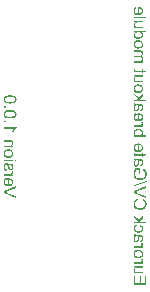
<source format=gbo>
%FSLAX33Y33*%
%MOMM*%
%LNbottom silkscreen_traces*%
%LNtext*%
G36*
G01*
X12500Y38738D02*
X13574Y38738D01*
X13574Y39514D01*
X13447Y39514D01*
X13447Y38880D01*
X13118Y38880D01*
X13118Y39474D01*
X12992Y39474D01*
X12992Y38880D01*
X12627Y38880D01*
X12627Y39539D01*
X12500Y39539D01*
X12500Y38738D01*
X12500Y38738D01*
X12500Y40228D02*
X12614Y40228D01*
X12557Y40179D01*
X12515Y40121D01*
X12491Y40055D01*
X12482Y39981D01*
X12484Y39947D01*
X12489Y39915D01*
X12497Y39883D01*
X12509Y39853D01*
X12523Y39825D01*
X12539Y39801D01*
X12556Y39780D01*
X12575Y39764D01*
X12596Y39751D01*
X12619Y39739D01*
X12645Y39730D01*
X12673Y39723D01*
X12695Y39720D01*
X12723Y39717D01*
X12757Y39716D01*
X12796Y39715D01*
X13278Y39715D01*
X13278Y39847D01*
X12846Y39847D01*
X12799Y39848D01*
X12760Y39849D01*
X12729Y39852D01*
X12707Y39855D01*
X12683Y39863D01*
X12661Y39875D01*
X12642Y39890D01*
X12626Y39908D01*
X12613Y39929D01*
X12603Y39953D01*
X12598Y39979D01*
X12596Y40008D01*
X12598Y40037D01*
X12604Y40065D01*
X12613Y40092D01*
X12626Y40119D01*
X12643Y40143D01*
X12662Y40163D01*
X12684Y40180D01*
X12709Y40193D01*
X12738Y40202D01*
X12773Y40209D01*
X12814Y40213D01*
X12861Y40214D01*
X13278Y40214D01*
X13278Y40346D01*
X12500Y40346D01*
X12500Y40228D01*
X12500Y40228D01*
X12500Y40551D02*
X13278Y40551D01*
X13278Y40670D01*
X13160Y40670D01*
X13198Y40692D01*
X13229Y40713D01*
X13252Y40734D01*
X13269Y40754D01*
X13281Y40773D01*
X13289Y40794D01*
X13294Y40816D01*
X13295Y40838D01*
X13293Y40872D01*
X13285Y40905D01*
X13272Y40939D01*
X13253Y40974D01*
X13131Y40928D01*
X13143Y40904D01*
X13152Y40880D01*
X13157Y40856D01*
X13159Y40832D01*
X13158Y40811D01*
X13153Y40791D01*
X13145Y40772D01*
X13133Y40754D01*
X13119Y40738D01*
X13102Y40724D01*
X13083Y40713D01*
X13061Y40705D01*
X13025Y40695D01*
X12987Y40688D01*
X12948Y40684D01*
X12907Y40683D01*
X12500Y40683D01*
X12500Y40551D01*
X12500Y40551D01*
X12889Y41003D02*
X12990Y41010D01*
X13077Y41033D01*
X13150Y41071D01*
X13209Y41123D01*
X13247Y41176D01*
X13274Y41234D01*
X13290Y41298D01*
X13295Y41368D01*
X13289Y41444D01*
X13269Y41513D01*
X13236Y41575D01*
X13190Y41630D01*
X13133Y41674D01*
X13065Y41706D01*
X12988Y41725D01*
X12900Y41732D01*
X12829Y41729D01*
X12766Y41720D01*
X12711Y41706D01*
X12664Y41687D01*
X12623Y41662D01*
X12587Y41631D01*
X12556Y41596D01*
X12530Y41556D01*
X12509Y41512D01*
X12494Y41466D01*
X12485Y41418D01*
X12482Y41368D01*
X12483Y41359D01*
X12591Y41368D01*
X12595Y41415D01*
X12609Y41458D01*
X12633Y41496D01*
X12666Y41531D01*
X12708Y41560D01*
X12760Y41580D01*
X12822Y41592D01*
X12893Y41596D01*
X12961Y41592D01*
X13020Y41580D01*
X13070Y41559D01*
X13112Y41531D01*
X13144Y41496D01*
X13168Y41457D01*
X13182Y41414D01*
X13186Y41368D01*
X13182Y41320D01*
X13168Y41277D01*
X13145Y41238D01*
X13112Y41204D01*
X13071Y41175D01*
X13019Y41155D01*
X12959Y41143D01*
X12889Y41138D01*
X12889Y41138D01*
X12819Y41143D01*
X12758Y41155D01*
X12707Y41175D01*
X12665Y41204D01*
X12633Y41238D01*
X12609Y41277D01*
X12595Y41320D01*
X12591Y41368D01*
X12483Y41359D01*
X12489Y41290D01*
X12509Y41220D01*
X12541Y41158D01*
X12587Y41104D01*
X12645Y41060D01*
X12715Y41028D01*
X12796Y41009D01*
X12889Y41003D01*
X12889Y41003D01*
X12500Y41885D02*
X13278Y41885D01*
X13278Y42003D01*
X13160Y42003D01*
X13198Y42026D01*
X13229Y42047D01*
X13252Y42068D01*
X13269Y42087D01*
X13281Y42107D01*
X13289Y42128D01*
X13294Y42149D01*
X13295Y42172D01*
X13293Y42205D01*
X13285Y42239D01*
X13272Y42273D01*
X13253Y42307D01*
X13131Y42262D01*
X13143Y42238D01*
X13152Y42214D01*
X13157Y42189D01*
X13159Y42165D01*
X13158Y42144D01*
X13153Y42124D01*
X13145Y42105D01*
X13133Y42088D01*
X13119Y42072D01*
X13102Y42058D01*
X13083Y42047D01*
X13061Y42039D01*
X13025Y42029D01*
X12987Y42022D01*
X12948Y42018D01*
X12907Y42017D01*
X12500Y42017D01*
X12500Y41885D01*
X12500Y41885D01*
X12596Y42893D02*
X12567Y42857D01*
X12564Y42852D01*
X12637Y42802D01*
X12658Y42825D01*
X12683Y42845D01*
X12710Y42861D01*
X12735Y42870D01*
X12766Y42877D01*
X12801Y42881D01*
X12842Y42882D01*
X12890Y42882D01*
X12890Y42882D01*
X12876Y42842D01*
X12863Y42793D01*
X12851Y42734D01*
X12841Y42667D01*
X12835Y42629D01*
X12828Y42598D01*
X12821Y42572D01*
X12814Y42552D01*
X12806Y42536D01*
X12796Y42522D01*
X12785Y42510D01*
X12771Y42500D01*
X12757Y42492D01*
X12742Y42486D01*
X12726Y42483D01*
X12709Y42482D01*
X12683Y42484D01*
X12660Y42492D01*
X12640Y42504D01*
X12621Y42522D01*
X12605Y42544D01*
X12594Y42571D01*
X12588Y42602D01*
X12586Y42638D01*
X12588Y42675D01*
X12594Y42710D01*
X12604Y42743D01*
X12619Y42774D01*
X12637Y42802D01*
X12564Y42852D01*
X12543Y42821D01*
X12523Y42787D01*
X12508Y42752D01*
X12497Y42718D01*
X12489Y42682D01*
X12484Y42645D01*
X12482Y42607D01*
X12486Y42547D01*
X12498Y42494D01*
X12518Y42448D01*
X12545Y42410D01*
X12579Y42380D01*
X12616Y42358D01*
X12659Y42345D01*
X12705Y42341D01*
X12733Y42343D01*
X12760Y42348D01*
X12785Y42356D01*
X12809Y42367D01*
X12832Y42381D01*
X12852Y42397D01*
X12870Y42415D01*
X12885Y42435D01*
X12899Y42457D01*
X12910Y42480D01*
X12920Y42504D01*
X12928Y42530D01*
X12934Y42552D01*
X12939Y42579D01*
X12943Y42611D01*
X12948Y42647D01*
X12958Y42722D01*
X12969Y42786D01*
X12981Y42839D01*
X12994Y42882D01*
X13006Y42883D01*
X13016Y42883D01*
X13023Y42883D01*
X13028Y42883D01*
X13065Y42881D01*
X13097Y42874D01*
X13122Y42862D01*
X13142Y42846D01*
X13161Y42817D01*
X13175Y42783D01*
X13183Y42742D01*
X13186Y42696D01*
X13184Y42652D01*
X13178Y42615D01*
X13168Y42583D01*
X13154Y42558D01*
X13134Y42538D01*
X13109Y42520D01*
X13077Y42505D01*
X13038Y42493D01*
X13056Y42364D01*
X13095Y42374D01*
X13131Y42387D01*
X13162Y42403D01*
X13190Y42422D01*
X13214Y42444D01*
X13235Y42471D01*
X13253Y42502D01*
X13268Y42538D01*
X13280Y42578D01*
X13289Y42620D01*
X13294Y42666D01*
X13295Y42715D01*
X13294Y42762D01*
X13290Y42805D01*
X13282Y42843D01*
X13272Y42876D01*
X13259Y42906D01*
X13246Y42930D01*
X13230Y42951D01*
X13213Y42968D01*
X13194Y42982D01*
X13173Y42993D01*
X13149Y43002D01*
X13123Y43009D01*
X13103Y43012D01*
X13076Y43014D01*
X13042Y43015D01*
X13002Y43016D01*
X12826Y43016D01*
X12742Y43016D01*
X12676Y43018D01*
X12626Y43020D01*
X12593Y43024D01*
X12569Y43029D01*
X12546Y43037D01*
X12523Y43046D01*
X12500Y43057D01*
X12500Y42920D01*
X12521Y42910D01*
X12544Y42903D01*
X12569Y42897D01*
X12596Y42893D01*
X12596Y42893D01*
X12785Y43728D02*
X12768Y43857D01*
X12705Y43842D01*
X12649Y43819D01*
X12600Y43788D01*
X12558Y43748D01*
X12525Y43702D01*
X12501Y43651D01*
X12487Y43595D01*
X12482Y43533D01*
X12489Y43458D01*
X12509Y43389D01*
X12541Y43329D01*
X12587Y43277D01*
X12645Y43234D01*
X12714Y43204D01*
X12794Y43186D01*
X12886Y43180D01*
X12947Y43182D01*
X13004Y43190D01*
X13057Y43203D01*
X13106Y43221D01*
X13151Y43245D01*
X13189Y43274D01*
X13222Y43309D01*
X13248Y43349D01*
X13269Y43392D01*
X13284Y43438D01*
X13292Y43485D01*
X13295Y43534D01*
X13291Y43595D01*
X13279Y43649D01*
X13259Y43698D01*
X13231Y43741D01*
X13196Y43778D01*
X13154Y43808D01*
X13105Y43830D01*
X13049Y43845D01*
X13030Y43717D01*
X13066Y43706D01*
X13098Y43691D01*
X13125Y43673D01*
X13147Y43652D01*
X13165Y43627D01*
X13177Y43600D01*
X13185Y43571D01*
X13187Y43539D01*
X13183Y43492D01*
X13169Y43449D01*
X13147Y43411D01*
X13116Y43377D01*
X13075Y43350D01*
X13023Y43331D01*
X12962Y43319D01*
X12890Y43315D01*
X12817Y43319D01*
X12754Y43330D01*
X12703Y43349D01*
X12662Y43375D01*
X12631Y43408D01*
X12609Y43444D01*
X12595Y43486D01*
X12591Y43532D01*
X12594Y43569D01*
X12603Y43603D01*
X12618Y43634D01*
X12638Y43662D01*
X12665Y43685D01*
X12699Y43704D01*
X12739Y43718D01*
X12785Y43728D01*
X12785Y43728D01*
X12500Y43971D02*
X13574Y43971D01*
X13574Y44103D01*
X12961Y44103D01*
X13278Y44415D01*
X13278Y44585D01*
X12989Y44288D01*
X12500Y44615D01*
X12500Y44453D01*
X12898Y44196D01*
X12808Y44103D01*
X12500Y44103D01*
X12500Y43971D01*
X12500Y43971D01*
X12876Y45920D02*
X12841Y46062D01*
X12758Y46035D01*
X12686Y45999D01*
X12625Y45955D01*
X12574Y45901D01*
X12533Y45840D01*
X12505Y45772D01*
X12487Y45698D01*
X12482Y45617D01*
X12486Y45535D01*
X12499Y45460D01*
X12521Y45393D01*
X12552Y45335D01*
X12592Y45284D01*
X12639Y45239D01*
X12694Y45201D01*
X12757Y45169D01*
X12825Y45145D01*
X12896Y45127D01*
X12969Y45116D01*
X13045Y45113D01*
X13126Y45117D01*
X13202Y45129D01*
X13272Y45149D01*
X13338Y45177D01*
X13396Y45212D01*
X13447Y45254D01*
X13491Y45303D01*
X13527Y45359D01*
X13556Y45420D01*
X13576Y45483D01*
X13588Y45550D01*
X13592Y45619D01*
X13587Y45697D01*
X13572Y45768D01*
X13546Y45832D01*
X13510Y45890D01*
X13465Y45941D01*
X13411Y45984D01*
X13349Y46018D01*
X13279Y46044D01*
X13246Y45904D01*
X13301Y45883D01*
X13348Y45858D01*
X13386Y45829D01*
X13417Y45795D01*
X13440Y45757D01*
X13457Y45715D01*
X13467Y45668D01*
X13470Y45617D01*
X13467Y45557D01*
X13456Y45503D01*
X13437Y45454D01*
X13411Y45410D01*
X13379Y45371D01*
X13342Y45339D01*
X13299Y45313D01*
X13252Y45293D01*
X13201Y45278D01*
X13150Y45268D01*
X13098Y45261D01*
X13046Y45259D01*
X12979Y45262D01*
X12917Y45269D01*
X12860Y45282D01*
X12807Y45299D01*
X12759Y45322D01*
X12717Y45350D01*
X12682Y45384D01*
X12654Y45423D01*
X12632Y45466D01*
X12616Y45511D01*
X12606Y45557D01*
X12603Y45606D01*
X12608Y45663D01*
X12620Y45716D01*
X12642Y45764D01*
X12672Y45808D01*
X12711Y45846D01*
X12758Y45877D01*
X12813Y45902D01*
X12876Y45920D01*
X12876Y45920D01*
X12500Y46544D02*
X13574Y46128D01*
X13574Y46282D01*
X12794Y46561D01*
X12748Y46577D01*
X12703Y46592D01*
X12660Y46605D01*
X12618Y46617D01*
X12662Y46630D01*
X12706Y46644D01*
X12750Y46659D01*
X12794Y46675D01*
X13574Y46965D01*
X13574Y47110D01*
X12500Y46690D01*
X12500Y46544D01*
X12500Y46544D01*
X12482Y47122D02*
X13592Y47433D01*
X13592Y47538D01*
X12482Y47228D01*
X12482Y47122D01*
X12482Y47122D01*
X12921Y48157D02*
X13047Y48157D01*
X13048Y48611D01*
X12649Y48611D01*
X12610Y48559D01*
X12576Y48505D01*
X12547Y48451D01*
X12524Y48395D01*
X12505Y48339D01*
X12492Y48283D01*
X12484Y48225D01*
X12482Y48167D01*
X12486Y48090D01*
X12499Y48016D01*
X12520Y47946D01*
X12549Y47879D01*
X12587Y47819D01*
X12632Y47766D01*
X12685Y47721D01*
X12745Y47684D01*
X12811Y47655D01*
X12881Y47635D01*
X12955Y47622D01*
X13032Y47618D01*
X13109Y47622D01*
X13183Y47635D01*
X13255Y47655D01*
X13324Y47684D01*
X13388Y47720D01*
X13443Y47764D01*
X13489Y47815D01*
X13526Y47872D01*
X13555Y47936D01*
X13576Y48005D01*
X13588Y48078D01*
X13592Y48156D01*
X13590Y48213D01*
X13583Y48267D01*
X13571Y48318D01*
X13554Y48366D01*
X13534Y48411D01*
X13509Y48450D01*
X13481Y48485D01*
X13449Y48514D01*
X13413Y48539D01*
X13372Y48561D01*
X13325Y48580D01*
X13273Y48595D01*
X13238Y48467D01*
X13277Y48454D01*
X13312Y48440D01*
X13342Y48424D01*
X13367Y48407D01*
X13389Y48387D01*
X13409Y48364D01*
X13427Y48336D01*
X13442Y48305D01*
X13455Y48270D01*
X13463Y48234D01*
X13469Y48196D01*
X13470Y48157D01*
X13469Y48110D01*
X13463Y48066D01*
X13454Y48025D01*
X13441Y47988D01*
X13425Y47954D01*
X13406Y47924D01*
X13386Y47897D01*
X13363Y47874D01*
X13338Y47853D01*
X13312Y47835D01*
X13285Y47819D01*
X13257Y47806D01*
X13206Y47788D01*
X13153Y47775D01*
X13098Y47767D01*
X13041Y47765D01*
X12972Y47768D01*
X12909Y47777D01*
X12852Y47793D01*
X12800Y47814D01*
X12755Y47842D01*
X12716Y47875D01*
X12683Y47914D01*
X12657Y47958D01*
X12636Y48006D01*
X12622Y48056D01*
X12613Y48106D01*
X12610Y48159D01*
X12612Y48205D01*
X12619Y48250D01*
X12630Y48295D01*
X12645Y48339D01*
X12663Y48380D01*
X12682Y48416D01*
X12701Y48447D01*
X12721Y48472D01*
X12921Y48472D01*
X12921Y48157D01*
X12921Y48157D01*
X12596Y49312D02*
X12567Y49275D01*
X12564Y49270D01*
X12637Y49220D01*
X12658Y49244D01*
X12683Y49264D01*
X12710Y49279D01*
X12735Y49289D01*
X12766Y49295D01*
X12801Y49299D01*
X12842Y49301D01*
X12890Y49301D01*
X12890Y49301D01*
X12876Y49260D01*
X12863Y49211D01*
X12851Y49153D01*
X12841Y49085D01*
X12835Y49048D01*
X12828Y49016D01*
X12821Y48990D01*
X12814Y48970D01*
X12806Y48954D01*
X12796Y48941D01*
X12785Y48928D01*
X12771Y48918D01*
X12757Y48910D01*
X12742Y48905D01*
X12726Y48901D01*
X12709Y48900D01*
X12683Y48903D01*
X12660Y48910D01*
X12640Y48923D01*
X12621Y48940D01*
X12605Y48962D01*
X12594Y48989D01*
X12588Y49021D01*
X12586Y49057D01*
X12588Y49094D01*
X12594Y49129D01*
X12604Y49162D01*
X12619Y49192D01*
X12637Y49220D01*
X12564Y49270D01*
X12543Y49240D01*
X12523Y49205D01*
X12508Y49171D01*
X12497Y49136D01*
X12489Y49100D01*
X12484Y49064D01*
X12482Y49025D01*
X12486Y48965D01*
X12498Y48912D01*
X12518Y48866D01*
X12545Y48828D01*
X12579Y48798D01*
X12616Y48777D01*
X12659Y48764D01*
X12705Y48759D01*
X12733Y48761D01*
X12760Y48766D01*
X12785Y48774D01*
X12809Y48785D01*
X12832Y48799D01*
X12852Y48815D01*
X12870Y48833D01*
X12885Y48854D01*
X12899Y48875D01*
X12910Y48898D01*
X12920Y48923D01*
X12928Y48948D01*
X12934Y48970D01*
X12939Y48997D01*
X12943Y49029D01*
X12948Y49066D01*
X12958Y49140D01*
X12969Y49204D01*
X12981Y49258D01*
X12994Y49301D01*
X13006Y49301D01*
X13016Y49301D01*
X13023Y49301D01*
X13028Y49301D01*
X13065Y49299D01*
X13097Y49292D01*
X13122Y49280D01*
X13142Y49264D01*
X13161Y49236D01*
X13175Y49201D01*
X13183Y49161D01*
X13186Y49114D01*
X13184Y49070D01*
X13178Y49033D01*
X13168Y49002D01*
X13154Y48977D01*
X13134Y48956D01*
X13109Y48938D01*
X13077Y48923D01*
X13038Y48911D01*
X13056Y48782D01*
X13095Y48792D01*
X13131Y48805D01*
X13162Y48821D01*
X13190Y48840D01*
X13214Y48862D01*
X13235Y48889D01*
X13253Y48921D01*
X13268Y48956D01*
X13280Y48996D01*
X13289Y49039D01*
X13294Y49084D01*
X13295Y49133D01*
X13294Y49180D01*
X13290Y49223D01*
X13282Y49261D01*
X13272Y49295D01*
X13259Y49324D01*
X13246Y49349D01*
X13230Y49370D01*
X13213Y49386D01*
X13194Y49400D01*
X13173Y49411D01*
X13149Y49420D01*
X13123Y49427D01*
X13103Y49430D01*
X13076Y49432D01*
X13042Y49434D01*
X13002Y49434D01*
X12826Y49434D01*
X12742Y49435D01*
X12676Y49436D01*
X12626Y49439D01*
X12593Y49442D01*
X12569Y49448D01*
X12546Y49455D01*
X12523Y49464D01*
X12500Y49476D01*
X12500Y49338D01*
X12521Y49329D01*
X12544Y49321D01*
X12569Y49316D01*
X12596Y49312D01*
X12596Y49312D01*
X12618Y49926D02*
X12501Y49945D01*
X12496Y49918D01*
X12493Y49892D01*
X12490Y49868D01*
X12490Y49846D01*
X12491Y49812D01*
X12495Y49782D01*
X12503Y49756D01*
X12512Y49734D01*
X12525Y49716D01*
X12539Y49701D01*
X12555Y49688D01*
X12572Y49679D01*
X12596Y49672D01*
X12630Y49667D01*
X12674Y49664D01*
X12728Y49663D01*
X13175Y49663D01*
X13175Y49566D01*
X13278Y49566D01*
X13278Y49663D01*
X13470Y49663D01*
X13550Y49794D01*
X13278Y49794D01*
X13278Y49926D01*
X13175Y49926D01*
X13175Y49794D01*
X12720Y49794D01*
X12695Y49794D01*
X12674Y49795D01*
X12659Y49798D01*
X12648Y49801D01*
X12640Y49805D01*
X12633Y49810D01*
X12627Y49816D01*
X12622Y49823D01*
X12618Y49832D01*
X12615Y49842D01*
X12613Y49855D01*
X12613Y49868D01*
X12613Y49880D01*
X12614Y49894D01*
X12616Y49909D01*
X12618Y49926D01*
X12618Y49926D01*
X12750Y50588D02*
X12734Y50724D01*
X12677Y50704D01*
X12628Y50678D01*
X12585Y50645D01*
X12548Y50604D01*
X12520Y50558D01*
X12499Y50505D01*
X12487Y50446D01*
X12482Y50382D01*
X12489Y50301D01*
X12509Y50229D01*
X12542Y50166D01*
X12588Y50111D01*
X12645Y50067D01*
X12714Y50036D01*
X12793Y50017D01*
X12882Y50011D01*
X12975Y50017D01*
X13057Y50036D01*
X13127Y50068D01*
X13187Y50112D01*
X13234Y50167D01*
X13268Y50228D01*
X13289Y50298D01*
X13295Y50374D01*
X13294Y50385D01*
X13187Y50376D01*
X13183Y50332D01*
X13172Y50292D01*
X13153Y50256D01*
X13126Y50223D01*
X13093Y50196D01*
X13055Y50175D01*
X13012Y50161D01*
X12964Y50155D01*
X12964Y50155D01*
X12964Y50589D01*
X13010Y50583D01*
X13049Y50572D01*
X13083Y50558D01*
X13111Y50539D01*
X13144Y50505D01*
X13168Y50467D01*
X13182Y50424D01*
X13187Y50376D01*
X13294Y50385D01*
X13289Y50449D01*
X13269Y50516D01*
X13236Y50576D01*
X13189Y50629D01*
X13131Y50673D01*
X13061Y50703D01*
X12981Y50722D01*
X12890Y50728D01*
X12884Y50728D01*
X12876Y50728D01*
X12866Y50728D01*
X12855Y50727D01*
X12855Y50147D01*
X12795Y50155D01*
X12742Y50169D01*
X12697Y50191D01*
X12659Y50220D01*
X12629Y50254D01*
X12608Y50293D01*
X12595Y50336D01*
X12591Y50382D01*
X12593Y50417D01*
X12600Y50450D01*
X12612Y50479D01*
X12629Y50506D01*
X12651Y50531D01*
X12678Y50552D01*
X12712Y50571D01*
X12750Y50588D01*
X12750Y50588D01*
X12500Y51428D02*
X12500Y51305D01*
X13574Y51305D01*
X13574Y51437D01*
X13191Y51437D01*
X13236Y51482D01*
X13269Y51532D01*
X13289Y51588D01*
X13295Y51650D01*
X13294Y51686D01*
X13288Y51720D01*
X13279Y51754D01*
X13266Y51786D01*
X13251Y51817D01*
X13232Y51845D01*
X13210Y51870D01*
X13185Y51892D01*
X13158Y51911D01*
X13127Y51929D01*
X13094Y51944D01*
X13059Y51956D01*
X13021Y51967D01*
X12982Y51974D01*
X12942Y51978D01*
X12901Y51980D01*
X12806Y51974D01*
X12723Y51955D01*
X12652Y51924D01*
X12592Y51881D01*
X12544Y51829D01*
X12510Y51772D01*
X12489Y51710D01*
X12482Y51644D01*
X12490Y51579D01*
X12511Y51521D01*
X12547Y51471D01*
X12592Y51432D01*
X12648Y51498D01*
X12616Y51538D01*
X12597Y51582D01*
X12591Y51633D01*
X12596Y51674D01*
X12610Y51713D01*
X12633Y51749D01*
X12666Y51782D01*
X12708Y51810D01*
X12759Y51829D01*
X12820Y51841D01*
X12890Y51845D01*
X12961Y51841D01*
X13022Y51830D01*
X13073Y51811D01*
X13115Y51785D01*
X13146Y51753D01*
X13169Y51718D01*
X13182Y51680D01*
X13187Y51639D01*
X13182Y51597D01*
X13168Y51558D01*
X13145Y51522D01*
X13112Y51489D01*
X13070Y51462D01*
X13020Y51442D01*
X12962Y51430D01*
X12895Y51426D01*
X12895Y51426D01*
X12830Y51429D01*
X12774Y51436D01*
X12729Y51448D01*
X12693Y51464D01*
X12648Y51498D01*
X12592Y51432D01*
X12597Y51428D01*
X12500Y51428D01*
X12500Y51428D01*
X12500Y52139D02*
X13278Y52139D01*
X13278Y52257D01*
X13160Y52257D01*
X13198Y52280D01*
X13229Y52301D01*
X13252Y52322D01*
X13269Y52341D01*
X13281Y52361D01*
X13289Y52382D01*
X13294Y52403D01*
X13295Y52426D01*
X13293Y52459D01*
X13285Y52493D01*
X13272Y52527D01*
X13253Y52561D01*
X13131Y52516D01*
X13143Y52492D01*
X13152Y52468D01*
X13157Y52444D01*
X13159Y52419D01*
X13158Y52398D01*
X13153Y52378D01*
X13145Y52359D01*
X13133Y52342D01*
X13119Y52326D01*
X13102Y52312D01*
X13083Y52301D01*
X13061Y52293D01*
X13025Y52283D01*
X12987Y52276D01*
X12948Y52272D01*
X12907Y52271D01*
X12500Y52271D01*
X12500Y52139D01*
X12500Y52139D01*
X12750Y53172D02*
X12734Y53308D01*
X12677Y53289D01*
X12628Y53263D01*
X12585Y53229D01*
X12548Y53189D01*
X12520Y53143D01*
X12499Y53090D01*
X12487Y53031D01*
X12482Y52966D01*
X12489Y52886D01*
X12509Y52813D01*
X12542Y52750D01*
X12588Y52696D01*
X12645Y52652D01*
X12714Y52621D01*
X12793Y52602D01*
X12882Y52596D01*
X12975Y52602D01*
X13057Y52621D01*
X13127Y52653D01*
X13187Y52697D01*
X13234Y52751D01*
X13268Y52813D01*
X13289Y52882D01*
X13295Y52959D01*
X13294Y52970D01*
X13187Y52961D01*
X13183Y52917D01*
X13172Y52877D01*
X13153Y52841D01*
X13126Y52808D01*
X13093Y52780D01*
X13055Y52760D01*
X13012Y52746D01*
X12964Y52739D01*
X12964Y52739D01*
X12964Y53174D01*
X13010Y53167D01*
X13049Y53157D01*
X13083Y53142D01*
X13111Y53124D01*
X13144Y53090D01*
X13168Y53052D01*
X13182Y53008D01*
X13187Y52961D01*
X13294Y52970D01*
X13289Y53034D01*
X13269Y53101D01*
X13236Y53161D01*
X13189Y53214D01*
X13131Y53257D01*
X13061Y53288D01*
X12981Y53307D01*
X12890Y53313D01*
X12884Y53313D01*
X12876Y53313D01*
X12866Y53312D01*
X12855Y53312D01*
X12855Y52732D01*
X12795Y52739D01*
X12742Y52754D01*
X12697Y52776D01*
X12659Y52805D01*
X12629Y52839D01*
X12608Y52878D01*
X12595Y52920D01*
X12591Y52967D01*
X12593Y53002D01*
X12600Y53034D01*
X12612Y53064D01*
X12629Y53091D01*
X12651Y53115D01*
X12678Y53137D01*
X12712Y53156D01*
X12750Y53172D01*
X12750Y53172D01*
X12596Y53982D02*
X12567Y53945D01*
X12564Y53940D01*
X12637Y53890D01*
X12658Y53914D01*
X12683Y53933D01*
X12710Y53949D01*
X12735Y53959D01*
X12766Y53965D01*
X12801Y53969D01*
X12842Y53971D01*
X12890Y53971D01*
X12890Y53971D01*
X12876Y53930D01*
X12863Y53881D01*
X12851Y53823D01*
X12841Y53755D01*
X12835Y53718D01*
X12828Y53686D01*
X12821Y53660D01*
X12814Y53640D01*
X12806Y53624D01*
X12796Y53610D01*
X12785Y53598D01*
X12771Y53588D01*
X12757Y53580D01*
X12742Y53575D01*
X12726Y53571D01*
X12709Y53570D01*
X12683Y53572D01*
X12660Y53580D01*
X12640Y53592D01*
X12621Y53610D01*
X12605Y53632D01*
X12594Y53659D01*
X12588Y53691D01*
X12586Y53727D01*
X12588Y53764D01*
X12594Y53799D01*
X12604Y53831D01*
X12619Y53862D01*
X12637Y53890D01*
X12564Y53940D01*
X12543Y53910D01*
X12523Y53875D01*
X12508Y53841D01*
X12497Y53806D01*
X12489Y53770D01*
X12484Y53733D01*
X12482Y53695D01*
X12486Y53635D01*
X12498Y53582D01*
X12518Y53536D01*
X12545Y53498D01*
X12579Y53468D01*
X12616Y53447D01*
X12659Y53434D01*
X12705Y53429D01*
X12733Y53431D01*
X12760Y53436D01*
X12785Y53444D01*
X12809Y53455D01*
X12832Y53469D01*
X12852Y53485D01*
X12870Y53503D01*
X12885Y53523D01*
X12899Y53545D01*
X12910Y53568D01*
X12920Y53593D01*
X12928Y53618D01*
X12934Y53640D01*
X12939Y53667D01*
X12943Y53699D01*
X12948Y53736D01*
X12958Y53810D01*
X12969Y53874D01*
X12981Y53928D01*
X12994Y53971D01*
X13006Y53971D01*
X13016Y53971D01*
X13023Y53971D01*
X13028Y53971D01*
X13065Y53969D01*
X13097Y53962D01*
X13122Y53950D01*
X13142Y53934D01*
X13161Y53906D01*
X13175Y53871D01*
X13183Y53831D01*
X13186Y53784D01*
X13184Y53740D01*
X13178Y53703D01*
X13168Y53672D01*
X13154Y53647D01*
X13134Y53626D01*
X13109Y53608D01*
X13077Y53593D01*
X13038Y53581D01*
X13056Y53452D01*
X13095Y53462D01*
X13131Y53475D01*
X13162Y53491D01*
X13190Y53510D01*
X13214Y53532D01*
X13235Y53559D01*
X13253Y53591D01*
X13268Y53626D01*
X13280Y53666D01*
X13289Y53709D01*
X13294Y53754D01*
X13295Y53803D01*
X13294Y53850D01*
X13290Y53893D01*
X13282Y53931D01*
X13272Y53965D01*
X13259Y53994D01*
X13246Y54019D01*
X13230Y54040D01*
X13213Y54056D01*
X13194Y54070D01*
X13173Y54081D01*
X13149Y54090D01*
X13123Y54097D01*
X13103Y54100D01*
X13076Y54102D01*
X13042Y54103D01*
X13002Y54104D01*
X12826Y54104D01*
X12742Y54104D01*
X12676Y54106D01*
X12626Y54109D01*
X12593Y54112D01*
X12569Y54118D01*
X12546Y54125D01*
X12523Y54134D01*
X12500Y54146D01*
X12500Y54008D01*
X12521Y53999D01*
X12544Y53991D01*
X12569Y53985D01*
X12596Y53982D01*
X12596Y53982D01*
X12500Y54309D02*
X13574Y54309D01*
X13574Y54441D01*
X12961Y54441D01*
X13278Y54753D01*
X13278Y54924D01*
X12989Y54626D01*
X12500Y54954D01*
X12500Y54791D01*
X12898Y54534D01*
X12808Y54441D01*
X12500Y54441D01*
X12500Y54309D01*
X12500Y54309D01*
X12889Y55009D02*
X12990Y55017D01*
X13077Y55039D01*
X13150Y55077D01*
X13209Y55129D01*
X13247Y55182D01*
X13274Y55241D01*
X13290Y55305D01*
X13295Y55374D01*
X13289Y55451D01*
X13269Y55520D01*
X13236Y55582D01*
X13190Y55636D01*
X13133Y55681D01*
X13065Y55713D01*
X12988Y55732D01*
X12900Y55738D01*
X12829Y55735D01*
X12766Y55727D01*
X12711Y55713D01*
X12664Y55693D01*
X12623Y55668D01*
X12587Y55638D01*
X12556Y55602D01*
X12530Y55562D01*
X12509Y55518D01*
X12494Y55472D01*
X12485Y55424D01*
X12482Y55374D01*
X12483Y55365D01*
X12591Y55374D01*
X12595Y55421D01*
X12609Y55464D01*
X12633Y55503D01*
X12666Y55537D01*
X12708Y55566D01*
X12760Y55586D01*
X12822Y55598D01*
X12893Y55603D01*
X12961Y55598D01*
X13020Y55586D01*
X13070Y55566D01*
X13112Y55537D01*
X13144Y55502D01*
X13168Y55463D01*
X13182Y55421D01*
X13186Y55374D01*
X13182Y55327D01*
X13168Y55284D01*
X13145Y55245D01*
X13112Y55210D01*
X13071Y55181D01*
X13019Y55161D01*
X12959Y55149D01*
X12889Y55145D01*
X12889Y55145D01*
X12819Y55149D01*
X12758Y55161D01*
X12707Y55181D01*
X12665Y55210D01*
X12633Y55245D01*
X12609Y55284D01*
X12595Y55327D01*
X12591Y55374D01*
X12483Y55365D01*
X12489Y55296D01*
X12509Y55226D01*
X12541Y55164D01*
X12587Y55110D01*
X12645Y55066D01*
X12715Y55034D01*
X12796Y55016D01*
X12889Y55009D01*
X12889Y55009D01*
X12500Y56402D02*
X12614Y56402D01*
X12557Y56353D01*
X12515Y56295D01*
X12491Y56229D01*
X12482Y56155D01*
X12484Y56122D01*
X12489Y56089D01*
X12497Y56057D01*
X12509Y56027D01*
X12523Y55999D01*
X12539Y55975D01*
X12556Y55955D01*
X12575Y55938D01*
X12596Y55925D01*
X12619Y55914D01*
X12645Y55905D01*
X12673Y55898D01*
X12695Y55894D01*
X12723Y55892D01*
X12757Y55890D01*
X12796Y55890D01*
X13278Y55890D01*
X13278Y56021D01*
X12846Y56021D01*
X12799Y56022D01*
X12760Y56023D01*
X12729Y56026D01*
X12707Y56030D01*
X12683Y56037D01*
X12661Y56049D01*
X12642Y56064D01*
X12626Y56082D01*
X12613Y56104D01*
X12603Y56127D01*
X12598Y56153D01*
X12596Y56182D01*
X12598Y56211D01*
X12604Y56239D01*
X12613Y56267D01*
X12626Y56293D01*
X12643Y56317D01*
X12662Y56338D01*
X12684Y56354D01*
X12709Y56367D01*
X12738Y56376D01*
X12773Y56383D01*
X12814Y56387D01*
X12861Y56388D01*
X13278Y56388D01*
X13278Y56520D01*
X12500Y56520D01*
X12500Y56402D01*
X12500Y56402D01*
X12618Y57015D02*
X12501Y57034D01*
X12496Y57007D01*
X12493Y56981D01*
X12490Y56957D01*
X12490Y56934D01*
X12491Y56900D01*
X12495Y56870D01*
X12503Y56845D01*
X12512Y56823D01*
X12525Y56804D01*
X12539Y56789D01*
X12555Y56777D01*
X12572Y56767D01*
X12596Y56760D01*
X12630Y56755D01*
X12674Y56752D01*
X12728Y56751D01*
X13175Y56751D01*
X13175Y56654D01*
X13278Y56654D01*
X13278Y56751D01*
X13470Y56751D01*
X13550Y56882D01*
X13278Y56882D01*
X13278Y57015D01*
X13175Y57015D01*
X13175Y56882D01*
X12720Y56882D01*
X12695Y56883D01*
X12674Y56884D01*
X12659Y56886D01*
X12648Y56889D01*
X12640Y56893D01*
X12633Y56898D01*
X12627Y56904D01*
X12622Y56912D01*
X12618Y56920D01*
X12615Y56931D01*
X12613Y56943D01*
X12613Y56957D01*
X12613Y56969D01*
X12614Y56982D01*
X12616Y56998D01*
X12618Y57015D01*
X12618Y57015D01*
X12500Y57560D02*
X13278Y57560D01*
X13278Y57678D01*
X13169Y57678D01*
X13196Y57698D01*
X13220Y57721D01*
X13242Y57747D01*
X13261Y57776D01*
X13276Y57807D01*
X13287Y57841D01*
X13293Y57876D01*
X13295Y57914D01*
X13293Y57955D01*
X13286Y57993D01*
X13275Y58026D01*
X13260Y58056D01*
X13240Y58081D01*
X13216Y58103D01*
X13190Y58120D01*
X13159Y58134D01*
X13219Y58183D01*
X13261Y58240D01*
X13287Y58303D01*
X13295Y58374D01*
X13291Y58429D01*
X13279Y58476D01*
X13259Y58517D01*
X13231Y58552D01*
X13195Y58579D01*
X13150Y58599D01*
X13096Y58610D01*
X13034Y58614D01*
X12500Y58614D01*
X12500Y58483D01*
X12990Y58483D01*
X13027Y58482D01*
X13058Y58480D01*
X13084Y58476D01*
X13104Y58470D01*
X13120Y58463D01*
X13135Y58452D01*
X13148Y58439D01*
X13160Y58424D01*
X13169Y58406D01*
X13176Y58387D01*
X13180Y58367D01*
X13181Y58345D01*
X13178Y58305D01*
X13168Y58270D01*
X13150Y58237D01*
X13127Y58208D01*
X13095Y58185D01*
X13056Y58168D01*
X13008Y58158D01*
X12952Y58154D01*
X12500Y58154D01*
X12500Y58022D01*
X13005Y58022D01*
X13047Y58020D01*
X13082Y58014D01*
X13112Y58004D01*
X13137Y57990D01*
X13156Y57972D01*
X13170Y57948D01*
X13178Y57919D01*
X13181Y57885D01*
X13179Y57857D01*
X13174Y57831D01*
X13165Y57806D01*
X13152Y57782D01*
X13136Y57760D01*
X13116Y57741D01*
X13093Y57726D01*
X13066Y57713D01*
X13035Y57704D01*
X12997Y57697D01*
X12954Y57693D01*
X12904Y57692D01*
X12500Y57692D01*
X12500Y57560D01*
X12500Y57560D01*
X12889Y58761D02*
X12990Y58768D01*
X13077Y58791D01*
X13150Y58828D01*
X13209Y58881D01*
X13247Y58934D01*
X13274Y58992D01*
X13290Y59056D01*
X13295Y59125D01*
X13289Y59202D01*
X13269Y59271D01*
X13236Y59333D01*
X13190Y59388D01*
X13133Y59432D01*
X13065Y59464D01*
X12988Y59483D01*
X12900Y59489D01*
X12829Y59487D01*
X12766Y59478D01*
X12711Y59464D01*
X12664Y59444D01*
X12623Y59419D01*
X12587Y59389D01*
X12556Y59354D01*
X12530Y59313D01*
X12509Y59269D01*
X12494Y59223D01*
X12485Y59175D01*
X12482Y59125D01*
X12483Y59116D01*
X12591Y59125D01*
X12595Y59172D01*
X12609Y59215D01*
X12633Y59254D01*
X12666Y59289D01*
X12708Y59317D01*
X12760Y59338D01*
X12822Y59350D01*
X12893Y59354D01*
X12961Y59350D01*
X13020Y59338D01*
X13070Y59317D01*
X13112Y59288D01*
X13144Y59254D01*
X13168Y59215D01*
X13182Y59172D01*
X13186Y59125D01*
X13182Y59078D01*
X13168Y59035D01*
X13145Y58996D01*
X13112Y58961D01*
X13071Y58933D01*
X13019Y58913D01*
X12959Y58900D01*
X12889Y58896D01*
X12889Y58896D01*
X12819Y58900D01*
X12758Y58913D01*
X12707Y58933D01*
X12665Y58961D01*
X12633Y58996D01*
X12609Y59035D01*
X12595Y59078D01*
X12591Y59125D01*
X12483Y59116D01*
X12489Y59048D01*
X12509Y58978D01*
X12541Y58916D01*
X12587Y58861D01*
X12645Y58817D01*
X12715Y58786D01*
X12796Y58767D01*
X12889Y58761D01*
X12889Y58761D01*
X12500Y60149D02*
X12598Y60149D01*
X12660Y60089D01*
X12661Y60090D01*
X12701Y60117D01*
X12751Y60136D01*
X12809Y60147D01*
X12877Y60151D01*
X12952Y60147D01*
X13016Y60136D01*
X13069Y60116D01*
X13112Y60089D01*
X13144Y60057D01*
X13168Y60021D01*
X13182Y59981D01*
X13186Y59938D01*
X13182Y59896D01*
X13168Y59857D01*
X13146Y59822D01*
X13115Y59791D01*
X13073Y59765D01*
X13022Y59747D01*
X12960Y59736D01*
X12888Y59732D01*
X12888Y59732D01*
X12818Y59736D01*
X12758Y59748D01*
X12706Y59767D01*
X12665Y59795D01*
X12632Y59828D01*
X12609Y59864D01*
X12595Y59902D01*
X12591Y59944D01*
X12595Y59985D01*
X12608Y60024D01*
X12631Y60059D01*
X12660Y60089D01*
X12598Y60149D01*
X12548Y60107D01*
X12511Y60057D01*
X12490Y59999D01*
X12482Y59931D01*
X12486Y59886D01*
X12495Y59842D01*
X12511Y59800D01*
X12534Y59760D01*
X12562Y59723D01*
X12595Y59691D01*
X12633Y59663D01*
X12677Y59639D01*
X12725Y59621D01*
X12776Y59607D01*
X12830Y59599D01*
X12888Y59596D01*
X12945Y59599D01*
X12999Y59606D01*
X13051Y59618D01*
X13099Y59635D01*
X13144Y59657D01*
X13183Y59684D01*
X13217Y59715D01*
X13245Y59752D01*
X13267Y59792D01*
X13283Y59834D01*
X13292Y59878D01*
X13295Y59925D01*
X13294Y59959D01*
X13288Y59992D01*
X13279Y60022D01*
X13266Y60051D01*
X13250Y60077D01*
X13232Y60100D01*
X13211Y60121D01*
X13188Y60140D01*
X13574Y60140D01*
X13574Y60271D01*
X12500Y60271D01*
X12500Y60149D01*
X12500Y60149D01*
X12500Y60988D02*
X12614Y60988D01*
X12557Y60939D01*
X12515Y60881D01*
X12491Y60815D01*
X12482Y60741D01*
X12484Y60707D01*
X12489Y60675D01*
X12497Y60643D01*
X12509Y60613D01*
X12523Y60585D01*
X12539Y60561D01*
X12556Y60540D01*
X12575Y60524D01*
X12596Y60511D01*
X12619Y60499D01*
X12645Y60490D01*
X12673Y60483D01*
X12695Y60480D01*
X12723Y60477D01*
X12757Y60476D01*
X12796Y60475D01*
X13278Y60475D01*
X13278Y60607D01*
X12846Y60607D01*
X12799Y60608D01*
X12760Y60609D01*
X12729Y60612D01*
X12707Y60615D01*
X12683Y60623D01*
X12661Y60635D01*
X12642Y60650D01*
X12626Y60668D01*
X12613Y60689D01*
X12603Y60713D01*
X12598Y60739D01*
X12596Y60768D01*
X12598Y60797D01*
X12604Y60825D01*
X12613Y60852D01*
X12626Y60879D01*
X12643Y60903D01*
X12662Y60923D01*
X12684Y60940D01*
X12709Y60953D01*
X12738Y60962D01*
X12773Y60969D01*
X12814Y60973D01*
X12861Y60974D01*
X13278Y60974D01*
X13278Y61106D01*
X12500Y61106D01*
X12500Y60988D01*
X12500Y60988D01*
X12500Y61310D02*
X13574Y61310D01*
X13574Y61441D01*
X12500Y61441D01*
X12500Y61310D01*
X12500Y61310D01*
X12750Y62178D02*
X12734Y62314D01*
X12677Y62295D01*
X12628Y62268D01*
X12585Y62235D01*
X12548Y62195D01*
X12520Y62148D01*
X12499Y62096D01*
X12487Y62037D01*
X12482Y61972D01*
X12489Y61891D01*
X12509Y61819D01*
X12542Y61756D01*
X12588Y61702D01*
X12645Y61658D01*
X12714Y61627D01*
X12793Y61608D01*
X12882Y61602D01*
X12975Y61608D01*
X13057Y61627D01*
X13127Y61659D01*
X13187Y61703D01*
X13234Y61757D01*
X13268Y61819D01*
X13289Y61888D01*
X13295Y61965D01*
X13294Y61976D01*
X13187Y61967D01*
X13183Y61923D01*
X13172Y61883D01*
X13153Y61847D01*
X13126Y61814D01*
X13093Y61786D01*
X13055Y61766D01*
X13012Y61752D01*
X12964Y61745D01*
X12964Y61745D01*
X12964Y62180D01*
X13010Y62173D01*
X13049Y62163D01*
X13083Y62148D01*
X13111Y62130D01*
X13144Y62096D01*
X13168Y62058D01*
X13182Y62014D01*
X13187Y61967D01*
X13294Y61976D01*
X13289Y62040D01*
X13269Y62107D01*
X13236Y62167D01*
X13189Y62220D01*
X13131Y62263D01*
X13061Y62294D01*
X12981Y62313D01*
X12890Y62319D01*
X12884Y62319D01*
X12876Y62319D01*
X12866Y62318D01*
X12855Y62318D01*
X12855Y61738D01*
X12795Y61745D01*
X12742Y61760D01*
X12697Y61782D01*
X12659Y61811D01*
X12629Y61845D01*
X12608Y61884D01*
X12595Y61926D01*
X12591Y61973D01*
X12593Y62008D01*
X12600Y62040D01*
X12612Y62070D01*
X12629Y62097D01*
X12651Y62121D01*
X12678Y62143D01*
X12712Y62162D01*
X12750Y62178D01*
X12750Y62178D01*
X1500Y46545D02*
X2574Y46129D01*
X2574Y46282D01*
X1794Y46561D01*
X1748Y46578D01*
X1703Y46592D01*
X1660Y46606D01*
X1618Y46618D01*
X1662Y46631D01*
X1706Y46645D01*
X1750Y46660D01*
X1794Y46676D01*
X2574Y46966D01*
X2574Y47111D01*
X1500Y46690D01*
X1500Y46545D01*
X1500Y46545D01*
X1750Y47671D02*
X1734Y47807D01*
X1677Y47788D01*
X1628Y47761D01*
X1585Y47728D01*
X1548Y47688D01*
X1520Y47641D01*
X1499Y47589D01*
X1487Y47530D01*
X1482Y47465D01*
X1489Y47384D01*
X1509Y47312D01*
X1542Y47249D01*
X1588Y47195D01*
X1645Y47151D01*
X1714Y47120D01*
X1793Y47101D01*
X1882Y47095D01*
X1975Y47101D01*
X2057Y47120D01*
X2127Y47151D01*
X2187Y47196D01*
X2234Y47250D01*
X2268Y47312D01*
X2289Y47381D01*
X2295Y47458D01*
X2294Y47469D01*
X2187Y47459D01*
X2183Y47416D01*
X2172Y47376D01*
X2153Y47339D01*
X2126Y47307D01*
X2093Y47279D01*
X2055Y47259D01*
X2012Y47245D01*
X1964Y47238D01*
X1964Y47238D01*
X1964Y47672D01*
X2010Y47666D01*
X2049Y47656D01*
X2083Y47641D01*
X2111Y47623D01*
X2144Y47589D01*
X2168Y47550D01*
X2182Y47507D01*
X2187Y47459D01*
X2294Y47469D01*
X2289Y47532D01*
X2269Y47600D01*
X2236Y47660D01*
X2189Y47713D01*
X2131Y47756D01*
X2061Y47787D01*
X1981Y47805D01*
X1890Y47812D01*
X1884Y47812D01*
X1876Y47811D01*
X1866Y47811D01*
X1855Y47811D01*
X1855Y47231D01*
X1795Y47238D01*
X1742Y47253D01*
X1697Y47274D01*
X1659Y47303D01*
X1629Y47338D01*
X1608Y47377D01*
X1595Y47419D01*
X1591Y47466D01*
X1593Y47501D01*
X1600Y47533D01*
X1612Y47563D01*
X1629Y47590D01*
X1651Y47614D01*
X1678Y47636D01*
X1712Y47655D01*
X1750Y47671D01*
X1750Y47671D01*
X1500Y47971D02*
X2278Y47971D01*
X2278Y48090D01*
X2160Y48090D01*
X2198Y48112D01*
X2229Y48134D01*
X2252Y48154D01*
X2269Y48174D01*
X2281Y48194D01*
X2289Y48214D01*
X2294Y48236D01*
X2295Y48258D01*
X2293Y48292D01*
X2285Y48326D01*
X2272Y48360D01*
X2253Y48394D01*
X2131Y48349D01*
X2143Y48324D01*
X2152Y48300D01*
X2157Y48276D01*
X2159Y48252D01*
X2158Y48231D01*
X2153Y48211D01*
X2145Y48192D01*
X2133Y48174D01*
X2119Y48158D01*
X2102Y48145D01*
X2083Y48134D01*
X2061Y48125D01*
X2025Y48116D01*
X1987Y48109D01*
X1948Y48105D01*
X1907Y48103D01*
X1500Y48103D01*
X1500Y47971D01*
X1500Y47971D01*
X1732Y48420D02*
X1753Y48550D01*
X1716Y48558D01*
X1683Y48571D01*
X1656Y48588D01*
X1633Y48611D01*
X1614Y48639D01*
X1601Y48671D01*
X1593Y48709D01*
X1591Y48751D01*
X1593Y48794D01*
X1600Y48830D01*
X1612Y48861D01*
X1628Y48886D01*
X1647Y48905D01*
X1668Y48919D01*
X1690Y48927D01*
X1715Y48930D01*
X1736Y48928D01*
X1755Y48920D01*
X1771Y48908D01*
X1785Y48891D01*
X1794Y48873D01*
X1805Y48844D01*
X1817Y48805D01*
X1830Y48756D01*
X1847Y48690D01*
X1864Y48634D01*
X1879Y48589D01*
X1893Y48555D01*
X1908Y48529D01*
X1925Y48506D01*
X1945Y48487D01*
X1967Y48470D01*
X1991Y48458D01*
X2017Y48449D01*
X2043Y48443D01*
X2071Y48442D01*
X2097Y48443D01*
X2121Y48447D01*
X2145Y48455D01*
X2168Y48465D01*
X2189Y48478D01*
X2208Y48493D01*
X2226Y48511D01*
X2241Y48530D01*
X2252Y48547D01*
X2262Y48566D01*
X2271Y48589D01*
X2280Y48614D01*
X2287Y48641D01*
X2291Y48669D01*
X2294Y48698D01*
X2295Y48728D01*
X2294Y48772D01*
X2289Y48814D01*
X2281Y48853D01*
X2269Y48889D01*
X2255Y48921D01*
X2238Y48949D01*
X2219Y48972D01*
X2198Y48991D01*
X2173Y49006D01*
X2145Y49019D01*
X2113Y49029D01*
X2077Y49036D01*
X2060Y48907D01*
X2088Y48901D01*
X2113Y48890D01*
X2135Y48875D01*
X2153Y48856D01*
X2168Y48833D01*
X2179Y48806D01*
X2185Y48774D01*
X2187Y48737D01*
X2185Y48695D01*
X2180Y48660D01*
X2170Y48630D01*
X2157Y48608D01*
X2141Y48591D01*
X2124Y48579D01*
X2106Y48571D01*
X2087Y48569D01*
X2074Y48570D01*
X2062Y48573D01*
X2051Y48578D01*
X2041Y48585D01*
X2030Y48594D01*
X2021Y48606D01*
X2013Y48620D01*
X2005Y48636D01*
X2001Y48650D01*
X1993Y48675D01*
X1984Y48709D01*
X1972Y48752D01*
X1954Y48817D01*
X1938Y48871D01*
X1923Y48914D01*
X1911Y48947D01*
X1897Y48973D01*
X1881Y48997D01*
X1863Y49017D01*
X1841Y49034D01*
X1817Y49048D01*
X1790Y49058D01*
X1761Y49064D01*
X1729Y49066D01*
X1696Y49063D01*
X1665Y49056D01*
X1634Y49044D01*
X1604Y49027D01*
X1577Y49006D01*
X1553Y48980D01*
X1532Y48950D01*
X1514Y48916D01*
X1500Y48879D01*
X1490Y48839D01*
X1484Y48797D01*
X1482Y48752D01*
X1486Y48681D01*
X1498Y48618D01*
X1518Y48565D01*
X1545Y48521D01*
X1581Y48485D01*
X1624Y48456D01*
X1674Y48434D01*
X1732Y48420D01*
X1732Y48420D01*
X1500Y49223D02*
X2278Y49223D01*
X2278Y49355D01*
X1500Y49355D01*
X1500Y49223D01*
X1500Y49223D01*
X2422Y49223D02*
X2574Y49223D01*
X2574Y49355D01*
X2422Y49355D01*
X2422Y49223D01*
X2422Y49223D01*
X1889Y49506D02*
X1990Y49514D01*
X2077Y49537D01*
X2150Y49574D01*
X2209Y49627D01*
X2247Y49680D01*
X2274Y49738D01*
X2290Y49802D01*
X2295Y49871D01*
X2289Y49948D01*
X2269Y50017D01*
X2236Y50079D01*
X2190Y50133D01*
X2133Y50178D01*
X2065Y50210D01*
X1988Y50229D01*
X1900Y50235D01*
X1829Y50232D01*
X1766Y50224D01*
X1711Y50210D01*
X1664Y50190D01*
X1623Y50165D01*
X1587Y50135D01*
X1556Y50100D01*
X1530Y50059D01*
X1509Y50015D01*
X1494Y49969D01*
X1485Y49921D01*
X1482Y49871D01*
X1483Y49862D01*
X1591Y49871D01*
X1595Y49918D01*
X1609Y49961D01*
X1633Y50000D01*
X1666Y50035D01*
X1708Y50063D01*
X1760Y50083D01*
X1822Y50096D01*
X1893Y50100D01*
X1961Y50096D01*
X2020Y50083D01*
X2070Y50063D01*
X2112Y50034D01*
X2144Y49999D01*
X2168Y49961D01*
X2182Y49918D01*
X2186Y49871D01*
X2182Y49824D01*
X2168Y49781D01*
X2145Y49742D01*
X2112Y49707D01*
X2071Y49679D01*
X2019Y49658D01*
X1959Y49646D01*
X1889Y49642D01*
X1889Y49642D01*
X1819Y49646D01*
X1758Y49658D01*
X1707Y49679D01*
X1665Y49707D01*
X1633Y49742D01*
X1609Y49781D01*
X1595Y49824D01*
X1591Y49871D01*
X1483Y49862D01*
X1489Y49793D01*
X1509Y49724D01*
X1541Y49661D01*
X1587Y49607D01*
X1645Y49563D01*
X1715Y49532D01*
X1796Y49513D01*
X1889Y49506D01*
X1889Y49506D01*
X1500Y50390D02*
X2278Y50390D01*
X2278Y50508D01*
X2167Y50508D01*
X2223Y50556D01*
X2263Y50613D01*
X2287Y50680D01*
X2295Y50756D01*
X2294Y50790D01*
X2289Y50823D01*
X2281Y50855D01*
X2270Y50885D01*
X2257Y50913D01*
X2241Y50937D01*
X2223Y50957D01*
X2204Y50974D01*
X2182Y50987D01*
X2159Y50998D01*
X2134Y51008D01*
X2106Y51015D01*
X2085Y51018D01*
X2056Y51020D01*
X2021Y51021D01*
X1978Y51022D01*
X1500Y51022D01*
X1500Y50890D01*
X1973Y50890D01*
X2011Y50889D01*
X2044Y50886D01*
X2071Y50881D01*
X2094Y50875D01*
X2113Y50865D01*
X2130Y50853D01*
X2144Y50838D01*
X2157Y50820D01*
X2168Y50800D01*
X2175Y50778D01*
X2180Y50754D01*
X2181Y50728D01*
X2178Y50687D01*
X2168Y50650D01*
X2151Y50615D01*
X2128Y50583D01*
X2095Y50556D01*
X2050Y50537D01*
X1994Y50525D01*
X1925Y50522D01*
X1500Y50522D01*
X1500Y50390D01*
X1500Y50390D01*
X1500Y52101D02*
X1500Y51969D01*
X2340Y51969D01*
X2317Y51943D01*
X2295Y51914D01*
X2272Y51881D01*
X2249Y51844D01*
X2228Y51806D01*
X2210Y51771D01*
X2194Y51737D01*
X2181Y51705D01*
X2309Y51705D01*
X2336Y51759D01*
X2366Y51809D01*
X2399Y51855D01*
X2435Y51899D01*
X2471Y51937D01*
X2507Y51969D01*
X2543Y51996D01*
X2578Y52016D01*
X2578Y52101D01*
X1500Y52101D01*
X1500Y52101D01*
X1500Y52512D02*
X1650Y52512D01*
X1650Y52663D01*
X1500Y52663D01*
X1500Y52512D01*
X1500Y52512D01*
X2030Y52855D02*
X2120Y52858D01*
X2201Y52865D01*
X2273Y52877D01*
X2336Y52894D01*
X2391Y52916D01*
X2439Y52943D01*
X2480Y52975D01*
X2515Y53011D01*
X2543Y53052D01*
X2562Y53098D01*
X2574Y53149D01*
X2578Y53205D01*
X2576Y53247D01*
X2569Y53286D01*
X2559Y53323D01*
X2543Y53357D01*
X2524Y53388D01*
X2501Y53416D01*
X2474Y53442D01*
X2443Y53464D01*
X2408Y53485D01*
X2370Y53502D01*
X2329Y53518D01*
X2283Y53531D01*
X2232Y53542D01*
X2173Y53549D01*
X2105Y53554D01*
X2030Y53555D01*
X1940Y53553D01*
X1859Y53546D01*
X1787Y53533D01*
X1724Y53516D01*
X1670Y53495D01*
X1622Y53468D01*
X1580Y53437D01*
X1545Y53400D01*
X1517Y53359D01*
X1498Y53313D01*
X1486Y53262D01*
X1482Y53205D01*
X1483Y53195D01*
X1590Y53205D01*
X1596Y53249D01*
X1612Y53289D01*
X1640Y53325D01*
X1678Y53358D01*
X1733Y53385D01*
X1810Y53404D01*
X1909Y53416D01*
X2030Y53420D01*
X2151Y53416D01*
X2250Y53404D01*
X2327Y53385D01*
X2382Y53358D01*
X2420Y53325D01*
X2447Y53288D01*
X2464Y53248D01*
X2469Y53204D01*
X2464Y53161D01*
X2450Y53122D01*
X2426Y53088D01*
X2392Y53059D01*
X2333Y53029D01*
X2252Y53008D01*
X2151Y52995D01*
X2030Y52991D01*
X2030Y52991D01*
X1908Y52994D01*
X1809Y53006D01*
X1732Y53025D01*
X1678Y53053D01*
X1639Y53085D01*
X1612Y53122D01*
X1596Y53162D01*
X1590Y53205D01*
X1483Y53195D01*
X1489Y53132D01*
X1510Y53067D01*
X1544Y53010D01*
X1593Y52961D01*
X1671Y52915D01*
X1769Y52882D01*
X1889Y52862D01*
X2030Y52855D01*
X2030Y52855D01*
X1500Y53763D02*
X1650Y53763D01*
X1650Y53913D01*
X1500Y53913D01*
X1500Y53763D01*
X1500Y53763D01*
X2030Y54106D02*
X2120Y54109D01*
X2201Y54116D01*
X2273Y54128D01*
X2336Y54145D01*
X2391Y54167D01*
X2439Y54194D01*
X2480Y54225D01*
X2515Y54262D01*
X2543Y54303D01*
X2562Y54349D01*
X2574Y54400D01*
X2578Y54456D01*
X2576Y54498D01*
X2569Y54537D01*
X2559Y54574D01*
X2543Y54608D01*
X2524Y54639D01*
X2501Y54667D01*
X2474Y54693D01*
X2443Y54715D01*
X2408Y54736D01*
X2370Y54753D01*
X2329Y54769D01*
X2283Y54782D01*
X2232Y54793D01*
X2173Y54800D01*
X2105Y54805D01*
X2030Y54806D01*
X1940Y54804D01*
X1859Y54797D01*
X1787Y54784D01*
X1724Y54767D01*
X1670Y54746D01*
X1622Y54719D01*
X1580Y54688D01*
X1545Y54651D01*
X1517Y54610D01*
X1498Y54564D01*
X1486Y54513D01*
X1482Y54456D01*
X1483Y54446D01*
X1590Y54456D01*
X1596Y54500D01*
X1612Y54540D01*
X1640Y54576D01*
X1678Y54609D01*
X1733Y54636D01*
X1810Y54655D01*
X1909Y54667D01*
X2030Y54671D01*
X2151Y54667D01*
X2250Y54655D01*
X2327Y54636D01*
X2382Y54609D01*
X2420Y54576D01*
X2447Y54539D01*
X2464Y54499D01*
X2469Y54455D01*
X2464Y54412D01*
X2450Y54373D01*
X2426Y54339D01*
X2392Y54310D01*
X2333Y54280D01*
X2252Y54259D01*
X2151Y54246D01*
X2030Y54242D01*
X2030Y54242D01*
X1908Y54245D01*
X1809Y54257D01*
X1732Y54276D01*
X1678Y54303D01*
X1639Y54336D01*
X1612Y54373D01*
X1596Y54413D01*
X1590Y54456D01*
X1483Y54446D01*
X1489Y54383D01*
X1510Y54318D01*
X1544Y54261D01*
X1593Y54212D01*
X1671Y54166D01*
X1769Y54133D01*
X1889Y54113D01*
X2030Y54106D01*
X2030Y54106D01*
G37*
M02*
</source>
